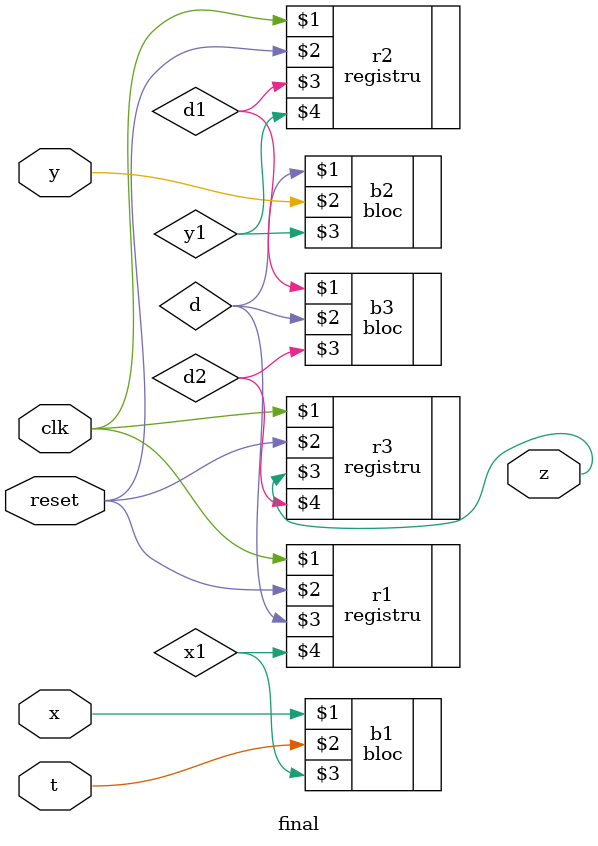
<source format=v>
`timescale 1ns / 1ps
module final (x, t, y, z, reset, clk);
	input x, y, t, reset, clk;
	output z;
	wire x1, y1, y2, aux, d, d1, d2;
	bloc b1(x, t, x1);
	registru r1(clk, reset, d, x1);
	bloc b2(d, y, y1);
	registru r2(clk, reset, d1, y1);
	bloc b3(d1, d, d2);
	registru r3(clk, reset, z, d2);
endmodule

/*bloc b1(x, t, x1);
bloc b2(x1, y, y1);
bloc b3(x1, y1, z);*/
</source>
